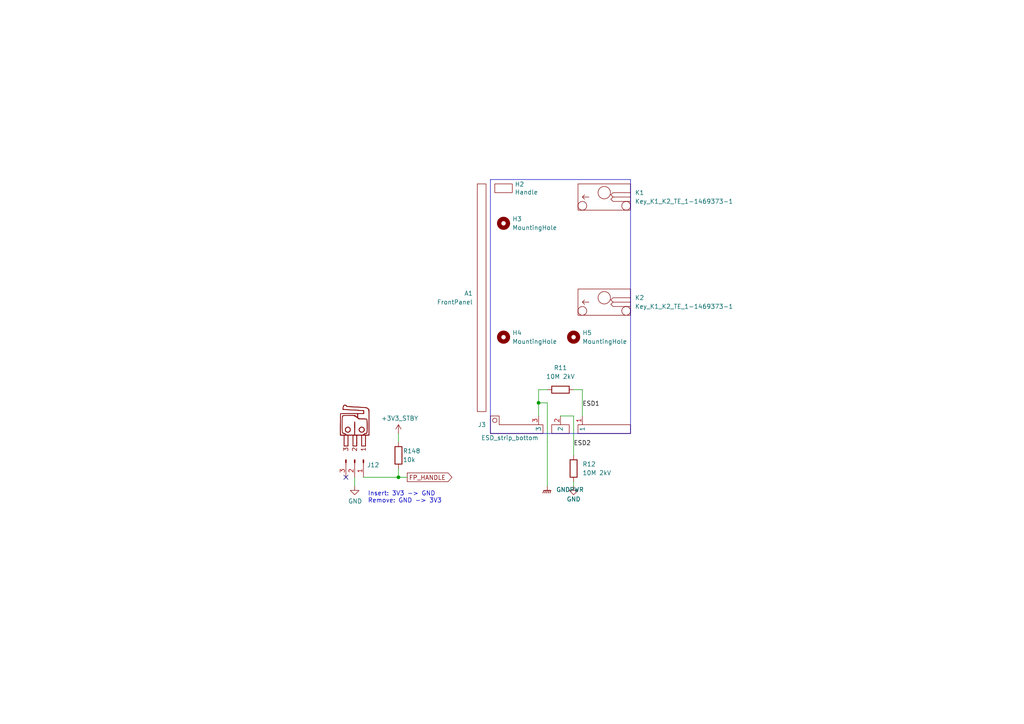
<source format=kicad_sch>
(kicad_sch (version 20231120) (generator "eeschema") (generator_version "8.0")
  (paper "A4")
  (title_block (title "ATCA Simple Loopback HUB") (date "2024-09-04") (rev "1.0") (company "Karlsruhe Institute of Technology (KIT)") (comment 1 "Institute for Data Processing and Electronics (IPE)") (comment 2 "Luis Ardila-Perez") (comment 3 "IPE-380-06-V1") (comment 4 "Licensed under CERN-OHL-P-2.0"))
  (lib_symbols
    (symbol "Connector:Conn_01x03_Male" (pin_names (offset 1.016) hide)
      (property "Reference" "J" (at 0 5.08 0))
      (property "Value" "Connector_Conn_01x03_Male" (at 0 -5.08 0))
      (symbol "Conn_01x03_Male_1_1"
        (polyline (pts (xy 1.27 -2.54) (xy 0.8636 -2.54)) (stroke (width 0.1524)))
        (polyline (pts (xy 1.27 0) (xy 0.8636 0)) (stroke (width 0.1524)))
        (polyline (pts (xy 1.27 2.54) (xy 0.8636 2.54)) (stroke (width 0.1524)))
        (rectangle (start 0.8636 -2.413) (end 0 -2.667) (stroke (width 0.1524)) (fill (type outline)))
        (rectangle (start 0.8636 0.127) (end 0 -0.127) (stroke (width 0.1524)) (fill (type outline)))
        (rectangle (start 0.8636 2.667) (end 0 2.413) (stroke (width 0.1524)) (fill (type outline)))
        (pin passive line (at 5.08 2.54 180) (length 3.81) (name "Pin_1") (number "1"))
        (pin passive line (at 5.08 0 180) (length 3.81) (name "Pin_2") (number "2"))
        (pin passive line (at 5.08 -2.54 180) (length 3.81) (name "Pin_3") (number "3"))
      )
    )
    (symbol "Device:R" (pin_numbers hide) (pin_names (offset 0))
      (property "Reference" "R" (at 2.032 0 90))
      (property "Value" "R" (at 0 0 90))
      (symbol "R_0_1"
        (rectangle (start -1.016 -2.54) (end 1.016 2.54) (stroke (width 0.254)))
      )
      (symbol "R_1_1"
        (pin passive line (at 0 3.81 270) (length 1.27) (name "~") (number "1"))
        (pin passive line (at 0 -3.81 90) (length 1.27) (name "~") (number "2"))
      )
    )
    (symbol "KIT_Mechanical:FrontPanel" (pin_names (offset 1.016))
      (property "Reference" "A" (at -1.27 5.08 0))
      (property "Value" "KIT_Mechanical_FrontPanel" (at 0 2.54 0))
      (symbol "FrontPanel_0_1"
        (rectangle (start -2.54 22.86) (end 0 -43.18))
      )
    )
    (symbol "KIT_Power:+3V3_STBY" (power) (pin_names (offset 0))
      (property "Value" "+3V3_STBY" (at 0 3.556 0))
      (symbol "+3V3_STBY_0_1"
        (polyline (pts (xy -0.762 1.27) (xy 0 2.54)))
        (polyline (pts (xy 0 0) (xy 0 2.54)))
        (polyline (pts (xy 0 2.54) (xy 0.762 1.27)))
      )
      (symbol "+3V3_STBY_1_1"
        (pin power_in line (at 0 0 90) (length 0) hide (name "+3V3_STBY") (number "1"))
      )
    )
    (symbol "KIT_Switch:Handle" (pin_names (offset 1.016))
      (property "Reference" "H" (at 1.27 -2.54 0))
      (property "Value" "KIT_Switch_Handle" (at 0 2.54 0))
      (symbol "Handle_0_1"
        (rectangle (start -2.54 1.27) (end 2.54 -1.27))
      )
    )
    (symbol "KIT_Switch:Handle_81-088-1" (pin_names (offset 1.016))
      (symbol "Handle_81-088-1_0_0"
        (polyline (pts (xy 0.5334 1.2954) (xy 0.762 1.4732) (xy 0.9398 1.7272) (xy 0.9906 2.032) (xy 0.9398 2.3368) (xy 0.762 2.6416) (xy 0.635 2.7432) (xy 0.3302 2.8702) (xy 0 2.8702) (xy -0.2794 2.7432) (xy -0.508 2.54) (xy -0.635 2.2606) (xy -0.6604 1.905) (xy -0.4826 1.905) (xy -0.4826 2.159) (xy -0.4064 2.3622) (xy -0.2032 2.5908) (xy 0.0762 2.6924) (xy 0.3556 2.667) (xy 0.635 2.5146) (xy 0.7112 2.413) (xy 0.8382 2.1336) (xy 0.7874 1.8288) (xy 0.5842 1.5748) (xy 0.5334 1.524) (xy 0.3302 1.4224) (xy 0.2032 1.3716) (xy 0.1778 1.3716) (xy -0.1016 1.4478) (xy -0.3302 1.651) (xy -0.4826 1.905) (xy -0.6604 1.905) (xy -0.5842 1.7018) (xy -0.3556 1.4224) (xy -0.1016 1.2446) (xy 0.2286 1.1938) (xy 0.5334 1.2954)) (stroke (width 0.0254)) (fill (type outline)))
        (polyline (pts (xy 0.4064 -2.7686) (xy 0.6096 -2.6924) (xy 0.7874 -2.54) (xy 0.9144 -2.3114) (xy 1.016 -1.9812) (xy 0.9652 -1.7526) (xy 0.7874 -1.4478) (xy 0.6604 -1.3208) (xy 0.4826 -1.2192) (xy 0.2032 -1.1938) (xy -0.127 -1.2192) (xy -0.4064 -1.397) (xy -0.6096 -1.6764) (xy -0.6604 -1.9304) (xy -0.6604 -1.9812) (xy -0.4826 -1.9812) (xy -0.4318 -1.7526) (xy -0.3302 -1.5748) (xy -0.1016 -1.397) (xy 0.2286 -1.3462) (xy 0.3302 -1.3716) (xy 0.5842 -1.4986) (xy 0.762 -1.7272) (xy 0.8382 -1.9812) (xy 0.7874 -2.1844) (xy 0.6604 -2.3876) (xy 0.4826 -2.5654) (xy 0.2032 -2.6162) (xy 0.127 -2.6162) (xy -0.1016 -2.5654) (xy -0.2794 -2.4638) (xy -0.4064 -2.2606) (xy -0.4572 -2.1844) (xy -0.4826 -1.9812) (xy -0.6604 -1.9812) (xy -0.6096 -2.2606) (xy -0.4064 -2.5908) (xy -0.3302 -2.6416) (xy -0.1016 -2.7686) (xy 0.1778 -2.794) (xy 0.4064 -2.7686)) (stroke (width 0.0254)) (fill (type outline)))
        (polyline (pts (xy 1.8542 -3.1242) (xy 4.9784 -3.1242) (xy 4.9784 -1.8542) (xy 1.8542 -1.8542) (xy 1.8542 -0.5842) (xy 4.9784 -0.5842) (xy 4.9784 0.6858) (xy 1.8542 0.6858) (xy 1.8542 1.9558) (xy 4.9784 1.9558) (xy 4.9784 3.2258) (xy 1.8542 3.2258) (xy 1.8542 4.2418) (xy -5.588 4.2418) (xy -5.8674 4.0386) (xy -6.0706 3.8608) (xy -6.2738 3.4544) (xy -6.2992 3.2258) (xy -6.3246 2.8448) (xy -6.3754 2.3622) (xy -6.4008 1.778) (xy -6.4516 1.143) (xy -6.5024 0.4572) (xy -6.5024 0.1016) (xy -6.5532 -0.5334) (xy -6.5786 -1.0922) (xy -6.6294 -1.5748) (xy -6.6548 -1.9304) (xy -6.6802 -2.1844) (xy -6.7056 -2.2606) (xy -6.7818 -2.3114) (xy -6.9596 -2.4892) (xy -7.0358 -2.7432) (xy -7.0358 -2.8956) (xy -6.858 -2.8956) (xy -6.8326 -2.667) (xy -6.6802 -2.4892) (xy -6.5786 -2.3876) (xy -6.5278 -2.3114) (xy -6.5024 -2.2098) (xy -6.477 -2.032) (xy -6.4516 -1.778) (xy -6.4262 -1.4224) (xy -6.4008 -0.9652) (xy -6.3754 -0.3556) (xy -6.3246 0.381) (xy -6.2992 0.7112) (xy -6.2738 1.3716) (xy -6.223 1.9812) (xy -6.1976 2.5146) (xy -6.1468 2.9464) (xy -6.1214 3.2512) (xy -6.096 3.4036) (xy -5.9944 3.6576) (xy -5.7404 3.9116) (xy -5.6896 3.937) (xy -5.6134 3.9624) (xy -5.5118 3.9878) (xy -5.3594 4.0132) (xy -5.1816 4.0386) (xy -4.9022 4.0386) (xy -4.5466 4.064) (xy 1.6764 4.064) (xy 1.6764 2.9972) (xy 1.6256 2.794) (xy 1.6002 2.7178) (xy 1.5748 2.7178) (xy 1.4732 2.8194) (xy 1.3716 3.0226) (xy 1.3462 3.2512) (xy 1.3462 3.2766) (xy 1.3208 3.429) (xy 1.27 3.5306) (xy 1.1684 3.6068) (xy 0.9906 3.6576) (xy 0.7112 3.7084) (xy 0.3302 3.7084) (xy -0.1778 3.7338) (xy -1.778 3.7338) (xy -2.2352 3.7084) (xy -2.5654 3.683) (xy -2.794 3.6068) (xy -2.9464 3.5052) (xy -3.0226 3.3274) (xy -3.048 3.0734) (xy -3.0734 2.7432) (xy -3.0734 1.524) (xy -3.1242 1.2446) (xy -3.2004 1.0922) (xy -3.3528 0.9906) (xy -3.5814 0.9652) (xy -4.4196 0.9652) (xy -4.4196 2.7178) (xy -5.1562 2.7178) (xy -5.3594 2.6924) (xy -5.4356 2.6924) (xy -5.4356 2.6416) (xy -5.461 2.4384) (xy -5.461 2.1082) (xy -5.4864 1.6764) (xy -5.5372 1.1684) (xy -5.5626 0.5842) (xy -5.588 -0.0254) (xy -5.6388 -0.635) (xy -5.6642 -1.2192) (xy -5.6896 -1.778) (xy -5.7404 -2.2352) (xy -5.7404 -2.6416) (xy -5.7658 -2.8956) (xy -5.7658 -3.0226) (xy -5.7912 -3.175) (xy -5.842 -3.2766) (xy -6.1976 -3.2766) (xy -6.5532 -3.2004) (xy -6.7564 -3.0988) (xy -6.7818 -3.0734) (xy -6.858 -2.8956) (xy -7.0358 -2.8956) (xy -7.0104 -3.0226) (xy -6.8834 -3.2258) (xy -6.7818 -3.302) (xy -6.5024 -3.3782) (xy -6.1722 -3.429) (xy -5.588 -3.4798) (xy -5.6134 -3.1496) (xy -5.588 -3.048) (xy -5.588 -2.7686) (xy -5.5626 -2.3622) (xy -5.5372 -1.8542) (xy -5.5118 -1.2954) (xy -5.4864 -0.6858) (xy -5.4356 -0.0762) (xy -5.4102 0.5334) (xy -5.3594 1.0668) (xy -5.334 1.524) (xy -5.3086 1.8796) (xy -5.3086 2.1082) (xy -5.2578 2.54) (xy -4.572 2.54) (xy -4.572 -3.4544) (xy -4.5466 -3.8354) (xy -4.5466 -4.064) (xy -4.4196 -4.064) (xy -4.4196 0.7366) (xy -3.937 0.762) (xy -3.4798 0.762) (xy -3.7084 0.4572) (xy -3.7592 0.381) (xy -3.9116 0.2286) (xy -4.0132 0.1778) (xy -4.0386 0.1016) (xy -4.0386 -0.1524) (xy -4.064 -0.508) (xy -4.064 -1.6002) (xy -4.0386 -2.159) (xy -4.0386 -2.6162) (xy -4.0386 -2.6416) (xy -3.9116 -2.6416) (xy -3.9116 -1.0414) (xy -3.8862 -0.6604) (xy -3.8862 -0.4064) (xy -3.8608 -0.254) (xy -3.81 -0.1778) (xy -3.7084 -0.0762) (xy -3.683 0.0254) (xy -3.683 0.0508) (xy -3.6322 0.1778) (xy -3.5052 0.4064) (xy -2.8956 1.1684) (xy -2.8956 2.5654) (xy -2.8702 2.921) (xy -2.8448 3.175) (xy -2.8194 3.3274) (xy -2.7686 3.429) (xy -2.7178 3.4544) (xy -2.6416 3.5052) (xy -2.4892 3.5306) (xy -2.2352 3.5306) (xy -1.905 3.556) (xy 0.3556 3.556) (xy 0.6858 3.5306) (xy 0.9144 3.5052) (xy 1.0668 3.429) (xy 1.143 3.3528) (xy 1.1684 3.2512) (xy 1.1684 3.1242) (xy 1.2192 2.8956) (xy 1.4224 2.6162) (xy 1.6764 2.3876) (xy 1.6764 2.1082) (xy 1.8542 2.1082) (xy 1.8542 3.048) (xy 4.826 3.048) (xy 4.826 2.1082) (xy 1.8542 2.1082) (xy 1.6764 2.1082) (xy 1.6764 0.0762) (xy -0.2794 0.1016) (xy -1.9558 0.1016) (xy -2.1082 0.0762) (xy -2.1844 0.0508) (xy -2.1844 -0.0254) (xy -2.1082 -0.0508) (xy -1.9558 -0.0762) (xy -1.7272 -0.0762) (xy -1.3716 -0.1016) (xy -0.889 -0.1016) (xy -0.254 -0.0762) (xy 1.6764 -0.0762) (xy 1.6764 -0.4318) (xy 1.8542 -0.4318) (xy 1.8542 0.508) (xy 4.826 0.508) (xy 4.826 -0.4318) (xy 1.8542 -0.4318) (xy 1.6764 -0.4318) (xy 1.6764 -2.0066) (xy 1.651 -2.2352) (xy 1.6256 -2.3876) (xy 1.5748 -2.4638) (xy 1.524 -2.4892) (xy 1.4986 -2.4892) (xy 1.3462 -2.6416) (xy 1.2192 -2.8702) (xy 1.1684 -3.1242) (xy 1.1176 -3.2766) (xy 0.9906 -3.429) (xy 0.9652 -3.429) (xy 0.889 -3.4798) (xy 0.7366 -3.5052) (xy 0.5334 -3.5306) (xy 0.2286 -3.5306) (xy -0.1778 -3.556) (xy -2.6924 -3.556) (xy -3.048 -3.5306) (xy -3.302 -3.5306) (xy -3.4798 -3.5052) (xy -3.6068 -3.4798) (xy -3.683 -3.429) (xy -3.7846 -3.3274) (xy -3.8354 -3.2512) (xy -3.8608 -3.1242) (xy -3.8862 -2.921) (xy -3.9116 -2.6416) (xy -4.0386 -2.6416) (xy -4.0132 -2.9718) (xy -4.0132 -3.2004) (xy -3.9624 -3.3528) (xy -3.937 -3.4544) (xy -3.8862 -3.5306) (xy -3.8608 -3.5306) (xy -3.81 -3.5814) (xy -3.7084 -3.6068) (xy -3.556 -3.6322) (xy -3.3528 -3.6576) (xy -3.048 -3.6576) (xy -2.6162 -3.683) (xy -0.2032 -3.683) (xy 0.2794 -3.6576) (xy 0.6604 -3.6322) (xy 0.9398 -3.6068) (xy 1.1176 -3.556) (xy 1.2192 -3.4798) (xy 1.2954 -3.3528) (xy 1.3462 -3.2258) (xy 1.3716 -3.048) (xy 1.397 -2.9972) (xy 1.4478 -2.794) (xy 1.5494 -2.667) (xy 1.5748 -2.667) (xy 1.6256 -2.6924) (xy 1.651 -2.794) (xy 1.651 -2.9718) (xy 1.8542 -2.9718) (xy 1.8542 -2.032) (xy 4.826 -2.032) (xy 4.826 -2.9718) (xy 1.8542 -2.9718) (xy 1.651 -2.9718) (xy 1.6764 -2.9972) (xy 1.6764 -4.064) (xy -4.4196 -4.064) (xy -4.5466 -4.064) (xy -4.5466 -4.0894) (xy -4.5212 -4.1656) (xy -4.4196 -4.191) (xy -4.1656 -4.191) (xy -3.7846 -4.2164) (xy -2.032 -4.2164) (xy -1.3208 -4.2418) (xy 1.8542 -4.2418) (xy 1.8542 -3.1242)) (stroke (width 0.0254)) (fill (type outline)))
        (text "1" (at 5.842 2.54 0) (effects (font (size 1.27 1.27))))
        (text "2" (at 5.842 0 0) (effects (font (size 1.27 1.27))))
        (text "3" (at 5.842 -2.54 0) (effects (font (size 1.27 1.27))))
      )
    )
    (symbol "power:GND" (power) (pin_names (offset 0))
      (property "Value" "GND" (at 0 -3.81 0))
      (symbol "GND_0_1"
        (polyline (pts (xy 0 0) (xy 0 -1.27) (xy 1.27 -1.27) (xy 0 -2.54) (xy -1.27 -1.27) (xy 0 -1.27)))
      )
      (symbol "GND_1_1"
        (pin power_in line (at 0 0 270) (length 0) hide (name "GND") (number "1"))
      )
    )
    (symbol "power:GNDPWR" (power) (pin_names (offset 0))
      (property "Value" "GNDPWR" (at 0 -3.302 0))
      (symbol "GNDPWR_0_1"
        (polyline (pts (xy 0 -1.27) (xy 0 0)))
        (polyline (pts (xy -1.016 -1.27) (xy -1.27 -2.032) (xy -1.27 -2.032)) (stroke (width 0.2032)))
        (polyline (pts (xy -0.508 -1.27) (xy -0.762 -2.032) (xy -0.762 -2.032)) (stroke (width 0.2032)))
        (polyline (pts (xy 0 -1.27) (xy -0.254 -2.032) (xy -0.254 -2.032)) (stroke (width 0.2032)))
        (polyline (pts (xy 0.508 -1.27) (xy 0.254 -2.032) (xy 0.254 -2.032)) (stroke (width 0.2032)))
        (polyline (pts (xy 1.016 -1.27) (xy -1.016 -1.27) (xy -1.016 -1.27)) (stroke (width 0.2032)))
        (polyline (pts (xy 1.016 -1.27) (xy 0.762 -2.032) (xy 0.762 -2.032) (xy 0.762 -2.032)) (stroke (width 0.2032)))
      )
      (symbol "GNDPWR_1_1"
        (pin power_in line (at 0 0 270) (length 0) hide (name "GNDPWR") (number "1"))
      )
    )
    (symbol "project:FBA_ESD_strip_bottom"
      (property "Reference" "J3" (at -21.59 0.0001 0))
      (property "Value" "FBA_ESD_strip_bottom" (at -21.59 -2.5399 0))
      (symbol "FBA_ESD_strip_bottom_0_1"
        (circle (center -19.05 1.27) (radius 0.635))
        (arc (start -3.81 -5.08) (mid -3.81 -5.08) (end -3.81 -5.08))
        (arc (start -3.81 -5.08) (mid -3.81 -5.08) (end -3.81 -5.08))
        (rectangle (start -2.54 0) (end 2.54 -2.54))
        (polyline (pts (xy -5.08 0) (xy -17.78 0) (xy -17.78 2.54) (xy -20.32 2.54) (xy -20.32 -2.54) (xy -5.08 -2.54) (xy -5.08 0)))
        (rectangle (start 5.08 0) (end 20.32 -2.54))
      )
      (symbol "FBA_ESD_strip_bottom_1_1"
        (pin passive line (at 6.35 2.54 270) (length 2.54) (name "1") (number "1"))
        (pin passive line (at 0 2.54 270) (length 2.54) (name "2") (number "2"))
        (pin passive line (at -6.35 2.54 270) (length 2.54) (name "3") (number "3"))
      )
    )
    (symbol "project:Key_K1_K2_TE_1-1469373-1" (pin_names (offset 1.016))
      (property "Reference" "K2" (at 8.89 1.2701 0))
      (property "Value" "Key_K1_K2_TE_1-1469373-1" (at 8.89 -1.2699 0))
      (symbol "Key_K1_K2_TE_1-1469373-1_0_1"
        (rectangle (start -7.62 3.81) (end 7.62 -3.81))
        (circle (center -6.35 -2.54) (radius 1.27))
        (polyline (pts (xy -6.35 0) (xy -5.715 -0.635)))
        (polyline (pts (xy -4.445 0) (xy -6.35 0) (xy -5.715 0.635)))
        (polyline (pts (xy 7.62 -1.27) (xy 2.54 -1.27) (xy 1.905 -0.635) (xy 2.54 0)))
        (polyline (pts (xy 7.62 1.27) (xy 2.54 1.27) (xy 1.905 0.635) (xy 2.54 0) (xy 7.62 0)))
        (circle (center 0 1.27) (radius 1.8034))
        (circle (center 6.35 -2.54) (radius 1.27))
      )
    )
    (symbol "project:MountingHole" (pin_names (offset 1.016))
      (property "Reference" "H" (at 0 5.08 0))
      (property "Value" "MountingHole" (at 0 3.175 0))
      (symbol "MountingHole_0_1"
        (circle (center 0 0) (radius 1.27) (stroke (width 1.27)))
      )
    )
    (symbol "project:R" (pin_numbers hide) (pin_names (offset 0))
      (property "Reference" "R" (at 2.032 0 90))
      (property "Value" "R" (at 0 0 90))
      (symbol "R_0_1"
        (rectangle (start -1.016 -2.54) (end 1.016 2.54) (stroke (width 0.254)))
      )
      (symbol "R_1_1"
        (pin passive line (at 0 3.81 270) (length 1.27) (name "~") (number "1"))
        (pin passive line (at 0 -3.81 90) (length 1.27) (name "~") (number "2"))
      )
    )
  )
  (junction (at 115.57 138.43))
  (junction (at 156.21 116.84))
  (no_connect (at 100.33 138.43))
  (polyline (pts (xy 142.24 125.73) (xy 142.24 52.07)))
  (wire (pts (xy 166.37 120.65) (xy 166.37 132.08)))
  (polyline (pts (xy 182.88 52.07) (xy 182.88 125.73)))
  (polyline (pts (xy 142.24 52.07) (xy 182.88 52.07)))
  (wire (pts (xy 156.21 120.65) (xy 156.21 116.84)))
  (wire (pts (xy 156.21 113.03) (xy 158.75 113.03)))
  (wire (pts (xy 118.11 138.43) (xy 115.57 138.43)))
  (wire (pts (xy 115.57 128.27) (xy 115.57 125.73)))
  (wire (pts (xy 156.21 116.84) (xy 156.21 113.03)))
  (wire (pts (xy 158.75 116.84) (xy 156.21 116.84)))
  (wire (pts (xy 162.56 120.65) (xy 166.37 120.65)))
  (wire (pts (xy 166.37 139.7) (xy 166.37 140.97)))
  (polyline (pts (xy 182.88 125.73) (xy 142.24 125.73)))
  (wire (pts (xy 168.91 120.65) (xy 168.91 113.03)))
  (wire (pts (xy 105.41 138.43) (xy 115.57 138.43)))
  (wire (pts (xy 166.37 113.03) (xy 168.91 113.03)))
  (wire (pts (xy 115.57 138.43) (xy 115.57 135.89)))
  (wire (pts (xy 158.75 116.84) (xy 158.75 140.97)))
  (wire (pts (xy 102.87 140.97) (xy 102.87 138.43)))
  (text "Insert: 3V3 -> GND\nRemove: GND -> 3V3" (at 106.68 146.05 0) (effects (font (size 1.27 1.27)) (justify left bottom)))
  (label "ESD2" (at 166.37 129.54 0))
  (label "ESD1" (at 168.91 118.11 0))
  (global_label "FP_HANDLE" (shape output) (at 118.11 138.43 0) (property "Intersheetrefs" "${INTERSHEET_REFS}" (effects (hide yes))))
  (symbol (lib_id "KIT_Mechanical:FrontPanel") (at 140.97 76.2 0) (unit 1)
    (property "Reference" "A1" (at 137.16 85.09 0) (effects (justify right)))
    (property "Value" "FrontPanel" (at 137.16 87.63 0) (effects (justify right)))
    (property "Footprint" "KIT_Mechanical:FrontPanel" (effects (hide yes)))
    (property "manf" "Elma" (effects (hide yes)))
    (property "manf#" "66-535-38" (effects (hide yes)))
  )
  (symbol (lib_id "KIT_Switch:Handle") (at 146.05 54.61 0) (unit 1)
    (property "Reference" "H2" (at 149.3012 53.4416 0) (effects (justify left)))
    (property "Value" "Handle" (at 149.3012 55.753 0) (effects (justify left)))
    (property "Footprint" "project:81-300-00" (effects (hide yes)))
    (property "manf#" "81-300-00" (effects (hide yes)))
    (property "manf" "ELMA" (effects (hide yes)))
  )
  (symbol (lib_id "project:R") (at 166.37 135.89 0) (unit 1)
    (property "Reference" "R12" (at 168.91 134.62 0) (effects (justify left)))
    (property "Value" "10M 2kV" (at 168.91 137.16 0) (effects (justify left)))
    (property "Footprint" "Resistor_SMD:R_2010_5025Metric" (effects (hide yes)))
    (property "Datasheet" "https://www.bourns.com/docs/product-datasheets/chv-st.pdf" (effects (hide yes)))
    (property "digikey#" "118-CHV2010-FX-1005ESTCT-ND" (effects (hide yes)))
    (property "manf" "Bourns" (effects (hide yes)))
    (property "manf#" "CHV2010-FX-1005EST" (effects (hide yes)))
  )
  (symbol (lib_id "power:GND") (at 102.87 140.97 0) (unit 1)
    (property "Reference" "#PWR?" (effects (hide yes)))
    (property "Value" "GND" (at 102.997 145.3642 0))
    (instances (project "atca_zynqmp" (path "" (reference "#PWR?") (unit 1))) (project "atca-simple-loopback-hub" (path "" (reference "#PWR0111") (unit 1))))
  )
  (symbol (lib_id "project:MountingHole") (at 146.05 64.77 0) (unit 1)
    (property "Reference" "H3" (at 148.59 63.4999 0) (effects (justify left)))
    (property "Value" "MountingHole" (at 148.59 66.0399 0) (effects (justify left)))
    (property "Footprint" "project:NPTH_2.7_7_Keepout" (effects (hide yes)))
    (property "stock" "PCB" (effects (hide yes)))
  )
  (symbol (lib_id "KIT_Switch:Handle_81-088-1") (at 102.87 124.46 270) (unit 1)
    (property "Reference" "H1" (effects (hide yes)))
    (property "Value" "81-088-1" (effects (hide yes)))
    (property "Footprint" "KIT_Mechanical:81-301-00" (effects (hide yes)))
    (property "manf#" "81-088-1" (effects (hide yes)))
    (property "manf" "ELMA" (effects (hide yes)))
  )
  (symbol (lib_id "project:MountingHole") (at 146.05 97.79 0) (unit 1)
    (property "Reference" "H4" (at 148.59 96.5199 0) (effects (justify left)))
    (property "Value" "MountingHole" (at 148.59 99.0599 0) (effects (justify left)))
    (property "Footprint" "project:NPTH_2.7_7_Keepout" (effects (hide yes)))
    (property "stock" "PCB" (effects (hide yes)))
  )
  (symbol (lib_id "project:Key_K1_K2_TE_1-1469373-1") (at 175.26 87.63 0) (unit 1)
    (property "Reference" "K2" (at 184.15 86.36 0) (effects (justify left)))
    (property "Value" "Key_K1_K2_TE_1-1469373-1" (at 184.15 88.9 0) (effects (justify left)))
    (property "Footprint" "project:Key_K1_K2_TE_1-1469373-1" (effects (hide yes)))
    (property "Datasheet" "https://www.te.com/commerce/DocumentDelivery/DDEController?Action=showdoc&DocId=Customer+Drawing%7F1469373%7FE1%7Fpdf%7FEnglish%7FENG_CD_1469373_E1.pdf%7F1-1469373-1" (effects (hide yes)))
    (property "rs#" "718-1418" (effects (hide yes)))
    (property "manf" "TE Connectivity" (effects (hide yes)))
    (property "manf#" "1-1469373-1" (effects (hide yes)))
    (property "digikey#" "1-1469373-1-ND" (effects (hide yes)))
    (property "stock" "Box: 11" (effects (hide yes)))
  )
  (symbol (lib_id "project:MountingHole") (at 166.37 97.79 0) (unit 1)
    (property "Reference" "H5" (at 168.91 96.5199 0) (effects (justify left)))
    (property "Value" "MountingHole" (at 168.91 99.0599 0) (effects (justify left)))
    (property "Footprint" "project:NPTH_2.7_7_Keepout" (effects (hide yes)))
    (property "stock" "PCB" (effects (hide yes)))
  )
  (symbol (lib_id "project:R") (at 162.56 113.03 270) (unit 1)
    (property "Reference" "R11" (at 162.56 106.68 90))
    (property "Value" "10M 2kV" (at 162.56 109.22 90))
    (property "Footprint" "Resistor_SMD:R_2010_5025Metric" (effects (hide yes)))
    (property "Datasheet" "https://www.bourns.com/docs/product-datasheets/chv-st.pdf" (effects (hide yes)))
    (property "digikey#" "118-CHV2010-FX-1005ESTCT-ND" (effects (hide yes)))
    (property "manf" "Bourns" (effects (hide yes)))
    (property "manf#" "CHV2010-FX-1005EST" (effects (hide yes)))
  )
  (symbol (lib_id "power:GNDPWR") (at 158.75 140.97 0) (unit 1)
    (property "Reference" "#PWR074" (effects (hide yes)))
    (property "Value" "GNDPWR" (at 161.29 142.0368 0) (effects (justify left)))
  )
  (symbol (lib_id "Connector:Conn_01x03_Male") (at 102.87 133.35 270) (unit 1)
    (property "Reference" "J12" (at 106.426 134.874 90) (effects (justify left)))
    (property "Value" "Conn_01x03_Male" (effects (hide yes)))
    (property "Footprint" "KIT_Connector:Molex_53046-0310" (effects (hide yes)))
    (property "rs#" "319-1064 " (effects (hide yes)))
    (property "manf" "Molex" (effects (hide yes)))
    (property "manf#" "53047-0310" (effects (hide yes)))
    (instances (project "atca_zynqmp" (path "" (reference "J12") (unit 1)) (path "" (reference "J12") (unit 1))) (project "atca-simple-loopback-hub" (path "" (reference "J14") (unit 1))))
  )
  (symbol (lib_id "KIT_Power:+3V3_STBY") (at 115.57 125.73 0) (unit 1)
    (property "Reference" "#PWR?" (effects (hide yes)))
    (property "Value" "+3V3_STBY" (at 115.951 121.3358 0))
    (instances (project "atca_zynqmp" (path "" (reference "#PWR?") (unit 1)) (path "" (reference "#PWR?") (unit 1))) (project "atca-simple-loopback-hub" (path "" (reference "#PWR0112") (unit 1))))
  )
  (symbol (lib_id "project:Key_K1_K2_TE_1-1469373-1") (at 175.26 57.15 0) (unit 1)
    (property "Reference" "K1" (at 184.15 55.88 0) (effects (justify left)))
    (property "Value" "Key_K1_K2_TE_1-1469373-1" (at 184.15 58.42 0) (effects (justify left)))
    (property "Footprint" "project:Key_K1_K2_TE_1-1469373-1" (effects (hide yes)))
    (property "Datasheet" "https://www.te.com/commerce/DocumentDelivery/DDEController?Action=showdoc&DocId=Customer+Drawing%7F1469373%7FE1%7Fpdf%7FEnglish%7FENG_CD_1469373_E1.pdf%7F1-1469373-1" (effects (hide yes)))
    (property "rs#" "718-1418" (effects (hide yes)))
    (property "manf" "TE Connectivity" (effects (hide yes)))
    (property "manf#" "1-1469373-1" (effects (hide yes)))
    (property "digikey#" "1-1469373-1-ND" (effects (hide yes)))
    (property "stock" "Box: 11" (effects (hide yes)))
  )
  (symbol (lib_id "project:FBA_ESD_strip_bottom") (at 162.56 123.19 0) (unit 1) (in_bom no)
    (property "Reference" "J3" (at 140.97 123.19 0) (effects (justify right)))
    (property "Value" "ESD_strip_bottom" (at 156.21 127 0) (effects (justify right)))
    (property "Footprint" "project:ESD_Strip" (effects (hide yes)))
  )
  (symbol (lib_id "power:GND") (at 166.37 140.97 0) (unit 1)
    (property "Reference" "#PWR013" (effects (hide yes)))
    (property "Value" "GND" (at 166.37 144.78 0))
  )
  (symbol (lib_id "Device:R") (at 115.57 132.08 0) (unit 1)
    (property "Reference" "R148" (at 116.84 130.81 0) (effects (justify left)))
    (property "Value" "10k" (at 116.84 133.35 0) (effects (justify left)))
    (property "Footprint" "Resistor_SMD:R_0603_1608Metric" (effects (hide yes)))
    (property "stock" "AVT-IPE" (effects (hide yes)))
    (instances (project "atca_zynqmp" (path "" (reference "R148") (unit 1))) (project "atca-simple-loopback-hub" (path "" (reference "R37") (unit 1))))
  )
)
</source>
